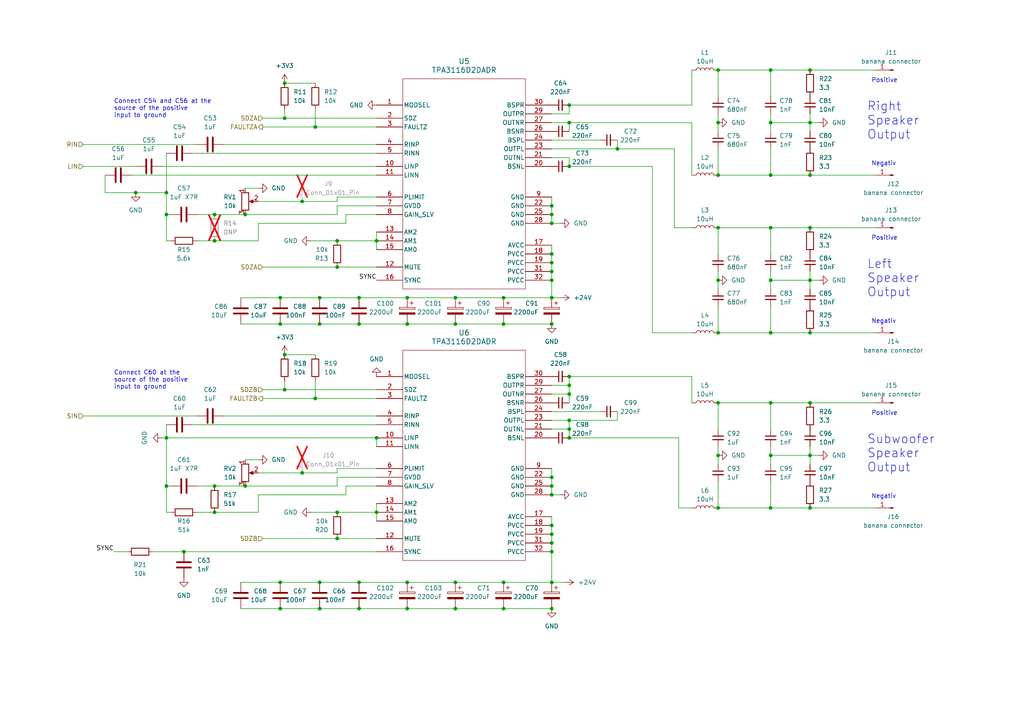
<source format=kicad_sch>
(kicad_sch (version 20230121) (generator eeschema)
  (paper "A4")
  (lib_symbols
    (symbol "Endstufe:+24V" (power) (pin_names (offset 0))
      (property "Value" "+24V" (at 0 3.556 0))
      (symbol "+24V_1_1"
        (pin power_in line (at 0 0 90) (length 0) hide (name "+24V") (number "1"))
      )
    )
    (symbol "Endstufe:+3V3" (power) (pin_names (offset 0))
      (property "Value" "+3V3" (at 0 3.556 0))
      (symbol "+3V3_1_1"
        (pin power_in line (at 0 0 90) (length 0) hide (name "+3V3") (number "1"))
      )
    )
    (symbol "Endstufe:C" (pin_numbers hide) (pin_names (offset 0.254))
      (property "Reference" "C" (at 0.635 2.54 0))
      (property "Value" "C" (at 0.635 -2.54 0))
      (symbol "C_1_1"
        (pin passive line (at 0 3.81 270) (length 2.794) (name "~") (number "1"))
        (pin passive line (at 0 -3.81 90) (length 2.794) (name "~") (number "2"))
      )
    )
    (symbol "Endstufe:C_Polarized" (pin_numbers hide) (pin_names (offset 0.254))
      (property "Reference" "C" (at 0.635 2.54 0))
      (property "Value" "C_Polarized" (at 0.635 -2.54 0))
      (symbol "C_Polarized_1_1"
        (pin passive line (at 0 3.81 270) (length 2.794) (name "~") (number "1"))
        (pin passive line (at 0 -3.81 90) (length 2.794) (name "~") (number "2"))
      )
    )
    (symbol "Endstufe:C_Small" (pin_numbers hide) (pin_names (offset 0.254) hide)
      (property "Reference" "C" (at 0.254 1.778 0))
      (property "Value" "C_Small" (at 0.254 -2.032 0))
      (symbol "C_Small_1_1"
        (pin passive line (at 0 2.54 270) (length 2.032) (name "~") (number "1"))
        (pin passive line (at 0 -2.54 90) (length 2.032) (name "~") (number "2"))
      )
    )
    (symbol "Endstufe:Conn_01x01_Pin" (pin_names (offset 1.016) hide)
      (property "Reference" "J" (at 0 2.54 0))
      (property "Value" "Conn_01x01_Pin" (at 0 -2.54 0))
      (symbol "Conn_01x01_Pin_1_1"
        (pin passive line (at 5.08 0 180) (length 3.81) (name "Pin_1") (number "1"))
      )
    )
    (symbol "Endstufe:GND" (power) (pin_names (offset 0))
      (property "Value" "GND" (at 0 -3.81 0))
      (symbol "GND_1_1"
        (pin power_in line (at 0 0 270) (length 0) hide (name "GND") (number "1"))
      )
    )
    (symbol "Endstufe:L" (pin_numbers hide) (pin_names (offset 1.016) hide)
      (property "Reference" "L" (at -1.27 0 90))
      (property "Value" "L" (at 1.905 0 90))
      (symbol "L_1_1"
        (pin passive line (at 0 3.81 270) (length 1.27) (name "1") (number "1"))
        (pin passive line (at 0 -3.81 90) (length 1.27) (name "2") (number "2"))
      )
    )
    (symbol "Endstufe:R" (pin_numbers hide) (pin_names (offset 0))
      (property "Reference" "R" (at 2.032 0 90))
      (property "Value" "R" (at 0 0 90))
      (symbol "R_1_1"
        (pin passive line (at 0 3.81 270) (length 1.27) (name "~") (number "1"))
        (pin passive line (at 0 -3.81 90) (length 1.27) (name "~") (number "2"))
      )
    )
    (symbol "Endstufe:R_Potentiometer" (pin_names (offset 1.016) hide)
      (property "Reference" "RV" (at -4.445 0 90))
      (property "Value" "R_Potentiometer" (at -2.54 0 90))
      (symbol "R_Potentiometer_1_1"
        (pin passive line (at 0 3.81 270) (length 1.27) (name "1") (number "1"))
        (pin passive line (at 3.81 0 180) (length 1.27) (name "2") (number "2"))
        (pin passive line (at 0 -3.81 90) (length 1.27) (name "3") (number "3"))
      )
    )
    (symbol "Endstufe:TPA3116D2DADR" (pin_names (offset 0.254))
      (property "Reference" "U" (at 25.4 12.7 0))
      (property "Value" "TPA3116D2DADR" (at 25.4 10.16 0))
      (symbol "TPA3116D2DADR_1_1"
        (pin input line (at 0 0 0) (length 7.62) (name "MODSEL") (number "1"))
        (pin input line (at 0 -17.78 0) (length 7.62) (name "LINP") (number "10"))
        (pin input line (at 0 -20.32 0) (length 7.62) (name "LINN") (number "11"))
        (pin input line (at 0 -46.99 0) (length 7.62) (name "MUTE") (number "12"))
        (pin input line (at 0 -36.83 0) (length 7.62) (name "AM2") (number "13"))
        (pin input line (at 0 -39.37 0) (length 7.62) (name "AM1") (number "14"))
        (pin input line (at 0 -41.91 0) (length 7.62) (name "AM0") (number "15"))
        (pin bidirectional line (at 0 -50.8 0) (length 7.62) (name "SYNC") (number "16"))
        (pin power_in line (at 50.8 -40.64 180) (length 7.62) (name "AVCC") (number "17"))
        (pin power_in line (at 50.8 -43.18 180) (length 7.62) (name "PVCC") (number "18"))
        (pin power_in line (at 50.8 -45.72 180) (length 7.62) (name "PVCC") (number "19"))
        (pin input line (at 0 -3.81 0) (length 7.62) (name "SDZ") (number "2"))
        (pin unspecified line (at 50.8 -17.78 180) (length 7.62) (name "BSNL") (number "20"))
        (pin tri_state line (at 50.8 -15.24 180) (length 7.62) (name "OUTNL") (number "21"))
        (pin power_in line (at 50.8 -29.21 180) (length 7.62) (name "GND") (number "22"))
        (pin tri_state line (at 50.8 -12.7 180) (length 7.62) (name "OUTPL") (number "23"))
        (pin unspecified line (at 50.8 -10.16 180) (length 7.62) (name "BSPL") (number "24"))
        (pin power_in line (at 50.8 -31.75 180) (length 7.62) (name "GND") (number "25"))
        (pin unspecified line (at 50.8 -7.62 180) (length 7.62) (name "BSNR") (number "26"))
        (pin tri_state line (at 50.8 -5.08 180) (length 7.62) (name "OUTNR") (number "27"))
        (pin power_in line (at 50.8 -34.29 180) (length 7.62) (name "GND") (number "28"))
        (pin tri_state line (at 50.8 -2.54 180) (length 7.62) (name "OUTPR") (number "29"))
        (pin open_collector line (at 0 -6.35 0) (length 7.62) (name "FAULTZ") (number "3"))
        (pin unspecified line (at 50.8 0 180) (length 7.62) (name "BSPR") (number "30"))
        (pin power_in line (at 50.8 -48.26 180) (length 7.62) (name "PVCC") (number "31"))
        (pin power_in line (at 50.8 -50.8 180) (length 7.62) (name "PVCC") (number "32"))
        (pin input line (at 0 -11.43 0) (length 7.62) (name "RINP") (number "4"))
        (pin input line (at 0 -13.97 0) (length 7.62) (name "RINN") (number "5"))
        (pin input line (at 0 -26.67 0) (length 7.62) (name "PLIMIT") (number "6"))
        (pin unspecified line (at 0 -29.21 0) (length 7.62) (name "GVDD") (number "7"))
        (pin input line (at 0 -31.75 0) (length 7.62) (name "GAIN_SLV") (number "8"))
        (pin power_in line (at 50.8 -26.67 180) (length 7.62) (name "GND") (number "9"))
      )
    )
    (symbol "TPA3116D2DADR_1" (pin_names (offset 0.254))
      (property "Reference" "U" (at 25.4 12.7 0))
      (property "Value" "TPA3116D2DADR" (at 25.4 10.16 0))
      (symbol "TPA3116D2DADR_1_1_1"
        (pin input line (at 0 0 0) (length 7.62) (name "MODSEL") (number "1"))
        (pin input line (at 0 -17.78 0) (length 7.62) (name "LINP") (number "10"))
        (pin input line (at 0 -20.32 0) (length 7.62) (name "LINN") (number "11"))
        (pin input line (at 0 -46.99 0) (length 7.62) (name "MUTE") (number "12"))
        (pin input line (at 0 -36.83 0) (length 7.62) (name "AM2") (number "13"))
        (pin input line (at 0 -39.37 0) (length 7.62) (name "AM1") (number "14"))
        (pin input line (at 0 -41.91 0) (length 7.62) (name "AM0") (number "15"))
        (pin bidirectional line (at 0 -50.8 0) (length 7.62) (name "SYNC") (number "16"))
        (pin power_in line (at 50.8 -40.64 180) (length 7.62) (name "AVCC") (number "17"))
        (pin power_in line (at 50.8 -43.18 180) (length 7.62) (name "PVCC") (number "18"))
        (pin power_in line (at 50.8 -45.72 180) (length 7.62) (name "PVCC") (number "19"))
        (pin input line (at 0 -3.81 0) (length 7.62) (name "SDZ") (number "2"))
        (pin unspecified line (at 50.8 -17.78 180) (length 7.62) (name "BSNL") (number "20"))
        (pin tri_state line (at 50.8 -15.24 180) (length 7.62) (name "OUTNL") (number "21"))
        (pin power_in line (at 50.8 -29.21 180) (length 7.62) (name "GND") (number "22"))
        (pin tri_state line (at 50.8 -12.7 180) (length 7.62) (name "OUTPL") (number "23"))
        (pin unspecified line (at 50.8 -10.16 180) (length 7.62) (name "BSPL") (number "24"))
        (pin power_in line (at 50.8 -31.75 180) (length 7.62) (name "GND") (number "25"))
        (pin unspecified line (at 50.8 -7.62 180) (length 7.62) (name "BSNR") (number "26"))
        (pin tri_state line (at 50.8 -5.08 180) (length 7.62) (name "OUTNR") (number "27"))
        (pin power_in line (at 50.8 -34.29 180) (length 7.62) (name "GND") (number "28"))
        (pin tri_state line (at 50.8 -2.54 180) (length 7.62) (name "OUTPR") (number "29"))
        (pin open_collector line (at 0 -6.35 0) (length 7.62) (name "FAULTZ") (number "3"))
        (pin unspecified line (at 50.8 0 180) (length 7.62) (name "BSPR") (number "30"))
        (pin power_in line (at 50.8 -48.26 180) (length 7.62) (name "PVCC") (number "31"))
        (pin power_in line (at 50.8 -50.8 180) (length 7.62) (name "PVCC") (number "32"))
        (pin input line (at 0 -11.43 0) (length 7.62) (name "RINP") (number "4"))
        (pin input line (at 0 -13.97 0) (length 7.62) (name "RINN") (number "5"))
        (pin input line (at 0 -26.67 0) (length 7.62) (name "PLIMIT") (number "6"))
        (pin unspecified line (at 0 -29.21 0) (length 7.62) (name "GVDD") (number "7"))
        (pin input line (at 0 -31.75 0) (length 7.62) (name "GAIN_SLV") (number "8"))
        (pin power_in line (at 50.8 -26.67 180) (length 7.62) (name "GND") (number "9"))
      )
    )
  )
  (junction (at 165.1 124.46))
  (junction (at 208.28 50.8))
  (junction (at 118.11 93.98))
  (junction (at 234.95 116.84))
  (junction (at 62.23 69.85))
  (junction (at 208.28 147.32))
  (junction (at 223.52 132.08))
  (junction (at 132.08 93.98))
  (junction (at 160.02 160.02))
  (junction (at 160.02 78.74))
  (junction (at 71.12 140.97))
  (junction (at 208.28 20.32))
  (junction (at 92.71 86.36))
  (junction (at 223.52 116.84))
  (junction (at 146.05 86.36))
  (junction (at 160.02 59.69))
  (junction (at 160.02 62.23))
  (junction (at 48.26 127))
  (junction (at 87.63 137.16))
  (junction (at 208.28 66.04))
  (junction (at 81.28 86.36))
  (junction (at 234.95 35.56))
  (junction (at 160.02 86.36))
  (junction (at 208.28 132.08))
  (junction (at 104.14 93.98))
  (junction (at 165.1 114.3))
  (junction (at 104.14 86.36))
  (junction (at 223.52 66.04))
  (junction (at 165.1 121.92))
  (junction (at 97.79 156.21))
  (junction (at 146.05 176.53))
  (junction (at 39.37 55.88))
  (junction (at 48.26 140.97))
  (junction (at 48.26 55.88))
  (junction (at 223.52 35.56))
  (junction (at 91.44 36.83))
  (junction (at 165.1 109.22))
  (junction (at 234.95 66.04))
  (junction (at 160.02 176.53))
  (junction (at 208.28 81.28))
  (junction (at 160.02 73.66))
  (junction (at 234.95 20.32))
  (junction (at 160.02 81.28))
  (junction (at 179.07 43.18))
  (junction (at 160.02 157.48))
  (junction (at 234.95 132.08))
  (junction (at 165.1 111.76))
  (junction (at 160.02 64.77))
  (junction (at 92.71 168.91))
  (junction (at 165.1 127))
  (junction (at 160.02 93.98))
  (junction (at 208.28 35.56))
  (junction (at 234.95 81.28))
  (junction (at 104.14 168.91))
  (junction (at 160.02 138.43))
  (junction (at 81.28 176.53))
  (junction (at 208.28 96.52))
  (junction (at 223.52 96.52))
  (junction (at 82.55 34.29))
  (junction (at 118.11 168.91))
  (junction (at 223.52 20.32))
  (junction (at 97.79 148.59))
  (junction (at 160.02 168.91))
  (junction (at 71.12 62.23))
  (junction (at 81.28 93.98))
  (junction (at 132.08 168.91))
  (junction (at 62.23 62.23))
  (junction (at 82.55 24.13))
  (junction (at 91.44 115.57))
  (junction (at 53.34 160.02))
  (junction (at 146.05 168.91))
  (junction (at 146.05 93.98))
  (junction (at 132.08 176.53))
  (junction (at 234.95 50.8))
  (junction (at 160.02 76.2))
  (junction (at 234.95 147.32))
  (junction (at 160.02 152.4))
  (junction (at 160.02 154.94))
  (junction (at 82.55 113.03))
  (junction (at 109.22 127))
  (junction (at 234.95 96.52))
  (junction (at 165.1 35.56))
  (junction (at 87.63 58.42))
  (junction (at 118.11 176.53))
  (junction (at 81.28 168.91))
  (junction (at 97.79 69.85))
  (junction (at 223.52 81.28))
  (junction (at 208.28 116.84))
  (junction (at 165.1 30.48))
  (junction (at 92.71 176.53))
  (junction (at 97.79 77.47))
  (junction (at 92.71 93.98))
  (junction (at 104.14 176.53))
  (junction (at 118.11 86.36))
  (junction (at 132.08 86.36))
  (junction (at 160.02 143.51))
  (junction (at 109.22 69.85))
  (junction (at 223.52 50.8))
  (junction (at 109.22 148.59))
  (junction (at 62.23 140.97))
  (junction (at 160.02 140.97))
  (junction (at 82.55 102.87))
  (junction (at 48.26 62.23))
  (junction (at 62.23 148.59))
  (junction (at 223.52 147.32))
  (junction (at 165.1 48.26))
  (wire (pts (xy 234.95 81.28) (xy 237.49 81.28)))
  (wire (pts (xy 165.1 127) (xy 196.85 127)))
  (wire (pts (xy 104.14 168.91) (xy 118.11 168.91)))
  (wire (pts (xy 223.52 33.02) (xy 223.52 35.56)))
  (wire (pts (xy 165.1 33.02) (xy 165.1 30.48)))
  (wire (pts (xy 160.02 119.38) (xy 173.99 119.38)))
  (wire (pts (xy 160.02 114.3) (xy 165.1 114.3)))
  (wire (pts (xy 74.93 137.16) (xy 87.63 137.16)))
  (wire (pts (xy 200.66 30.48) (xy 165.1 30.48)))
  (wire (pts (xy 48.26 148.59) (xy 49.53 148.59)))
  (wire (pts (xy 223.52 35.56) (xy 234.95 35.56)))
  (wire (pts (xy 62.23 69.85) (xy 74.93 69.85)))
  (wire (pts (xy 195.58 66.04) (xy 200.66 66.04)))
  (wire (pts (xy 97.79 148.59) (xy 109.22 148.59)))
  (wire (pts (xy 234.95 129.54) (xy 234.95 132.08)))
  (wire (pts (xy 165.1 121.92) (xy 165.1 124.46)))
  (wire (pts (xy 160.02 62.23) (xy 160.02 64.77)))
  (wire (pts (xy 97.79 140.97) (xy 97.79 138.43)))
  (wire (pts (xy 160.02 78.74) (xy 160.02 81.28)))
  (wire (pts (xy 62.23 140.97) (xy 71.12 140.97)))
  (wire (pts (xy 223.52 66.04) (xy 223.52 73.66)))
  (wire (pts (xy 160.02 138.43) (xy 160.02 140.97)))
  (wire (pts (xy 91.44 115.57) (xy 109.22 115.57)))
  (wire (pts (xy 92.71 93.98) (xy 104.14 93.98)))
  (wire (pts (xy 200.66 109.22) (xy 165.1 109.22)))
  (wire (pts (xy 208.28 96.52) (xy 208.28 88.9)))
  (wire (pts (xy 91.44 36.83) (xy 109.22 36.83)))
  (wire (pts (xy 234.95 20.32) (xy 254 20.32)))
  (wire (pts (xy 189.23 48.26) (xy 189.23 96.52)))
  (wire (pts (xy 100.33 64.77) (xy 74.93 64.77)))
  (wire (pts (xy 44.45 160.02) (xy 53.34 160.02)))
  (wire (pts (xy 74.93 64.77) (xy 74.93 69.85)))
  (wire (pts (xy 109.22 140.97) (xy 100.33 140.97)))
  (wire (pts (xy 165.1 48.26) (xy 189.23 48.26)))
  (wire (pts (xy 46.99 127) (xy 48.26 127)))
  (wire (pts (xy 179.07 119.38) (xy 179.07 121.92)))
  (wire (pts (xy 82.55 34.29) (xy 109.22 34.29)))
  (wire (pts (xy 97.79 58.42) (xy 97.79 57.15)))
  (wire (pts (xy 196.85 147.32) (xy 200.66 147.32)))
  (wire (pts (xy 208.28 132.08) (xy 208.28 134.62)))
  (wire (pts (xy 118.11 168.91) (xy 132.08 168.91)))
  (wire (pts (xy 104.14 176.53) (xy 118.11 176.53)))
  (wire (pts (xy 81.28 86.36) (xy 92.71 86.36)))
  (wire (pts (xy 179.07 43.18) (xy 195.58 43.18)))
  (wire (pts (xy 234.95 132.08) (xy 237.49 132.08)))
  (wire (pts (xy 24.13 41.91) (xy 57.15 41.91)))
  (wire (pts (xy 55.88 44.45) (xy 109.22 44.45)))
  (wire (pts (xy 165.1 35.56) (xy 165.1 38.1)))
  (wire (pts (xy 208.28 129.54) (xy 208.28 132.08)))
  (wire (pts (xy 223.52 35.56) (xy 223.52 38.1)))
  (wire (pts (xy 64.77 120.65) (xy 109.22 120.65)))
  (wire (pts (xy 76.2 77.47) (xy 97.79 77.47)))
  (wire (pts (xy 48.26 123.19) (xy 48.26 127)))
  (wire (pts (xy 208.28 116.84) (xy 223.52 116.84)))
  (wire (pts (xy 81.28 93.98) (xy 92.71 93.98)))
  (wire (pts (xy 76.2 115.57) (xy 91.44 115.57)))
  (wire (pts (xy 160.02 76.2) (xy 160.02 78.74)))
  (wire (pts (xy 165.1 111.76) (xy 165.1 109.22)))
  (wire (pts (xy 132.08 176.53) (xy 146.05 176.53)))
  (wire (pts (xy 234.95 96.52) (xy 254 96.52)))
  (wire (pts (xy 223.52 116.84) (xy 223.52 124.46)))
  (wire (pts (xy 208.28 147.32) (xy 208.28 139.7)))
  (wire (pts (xy 48.26 55.88) (xy 48.26 62.23)))
  (wire (pts (xy 160.02 168.91) (xy 146.05 168.91)))
  (wire (pts (xy 223.52 81.28) (xy 234.95 81.28)))
  (wire (pts (xy 132.08 86.36) (xy 146.05 86.36)))
  (wire (pts (xy 208.28 116.84) (xy 208.28 124.46)))
  (wire (pts (xy 30.48 55.88) (xy 39.37 55.88)))
  (wire (pts (xy 165.1 114.3) (xy 165.1 116.84)))
  (wire (pts (xy 62.23 148.59) (xy 74.93 148.59)))
  (wire (pts (xy 200.66 20.32) (xy 200.66 30.48)))
  (wire (pts (xy 57.15 140.97) (xy 62.23 140.97)))
  (wire (pts (xy 118.11 86.36) (xy 132.08 86.36)))
  (wire (pts (xy 97.79 62.23) (xy 97.79 59.69)))
  (wire (pts (xy 97.79 77.47) (xy 109.22 77.47)))
  (wire (pts (xy 24.13 48.26) (xy 39.37 48.26)))
  (wire (pts (xy 74.93 143.51) (xy 74.93 148.59)))
  (wire (pts (xy 109.22 62.23) (xy 100.33 62.23)))
  (wire (pts (xy 234.95 35.56) (xy 237.49 35.56)))
  (wire (pts (xy 92.71 86.36) (xy 104.14 86.36)))
  (wire (pts (xy 97.79 156.21) (xy 109.22 156.21)))
  (wire (pts (xy 104.14 93.98) (xy 118.11 93.98)))
  (wire (pts (xy 160.02 135.89) (xy 160.02 138.43)))
  (wire (pts (xy 234.95 81.28) (xy 234.95 83.82)))
  (wire (pts (xy 82.55 24.13) (xy 91.44 24.13)))
  (wire (pts (xy 200.66 109.22) (xy 200.66 116.84)))
  (wire (pts (xy 165.1 124.46) (xy 160.02 124.46)))
  (wire (pts (xy 223.52 78.74) (xy 223.52 81.28)))
  (wire (pts (xy 76.2 113.03) (xy 82.55 113.03)))
  (wire (pts (xy 160.02 71.12) (xy 160.02 73.66)))
  (wire (pts (xy 81.28 176.53) (xy 69.85 176.53)))
  (wire (pts (xy 100.33 140.97) (xy 100.33 143.51)))
  (wire (pts (xy 48.26 140.97) (xy 49.53 140.97)))
  (wire (pts (xy 160.02 59.69) (xy 160.02 62.23)))
  (wire (pts (xy 97.79 59.69) (xy 109.22 59.69)))
  (wire (pts (xy 223.52 139.7) (xy 223.52 147.32)))
  (wire (pts (xy 208.28 78.74) (xy 208.28 81.28)))
  (wire (pts (xy 38.1 50.8) (xy 109.22 50.8)))
  (wire (pts (xy 81.28 168.91) (xy 69.85 168.91)))
  (wire (pts (xy 33.02 160.02) (xy 36.83 160.02)))
  (wire (pts (xy 208.28 81.28) (xy 208.28 83.82)))
  (wire (pts (xy 81.28 86.36) (xy 69.85 86.36)))
  (wire (pts (xy 223.52 88.9) (xy 223.52 96.52)))
  (wire (pts (xy 223.52 43.18) (xy 223.52 50.8)))
  (wire (pts (xy 46.99 48.26) (xy 109.22 48.26)))
  (wire (pts (xy 57.15 62.23) (xy 62.23 62.23)))
  (wire (pts (xy 97.79 69.85) (xy 90.17 69.85)))
  (wire (pts (xy 91.44 110.49) (xy 91.44 115.57)))
  (wire (pts (xy 165.1 45.72) (xy 165.1 48.26)))
  (wire (pts (xy 223.52 132.08) (xy 234.95 132.08)))
  (wire (pts (xy 104.14 86.36) (xy 118.11 86.36)))
  (wire (pts (xy 163.83 168.91) (xy 160.02 168.91)))
  (wire (pts (xy 208.28 147.32) (xy 223.52 147.32)))
  (wire (pts (xy 165.1 124.46) (xy 165.1 127)))
  (wire (pts (xy 165.1 111.76) (xy 165.1 114.3)))
  (wire (pts (xy 208.28 20.32) (xy 223.52 20.32)))
  (wire (pts (xy 81.28 93.98) (xy 69.85 93.98)))
  (wire (pts (xy 160.02 157.48) (xy 160.02 160.02)))
  (wire (pts (xy 74.93 133.35) (xy 71.12 133.35)))
  (wire (pts (xy 30.48 55.88) (xy 30.48 50.8)))
  (wire (pts (xy 160.02 43.18) (xy 179.07 43.18)))
  (wire (pts (xy 160.02 35.56) (xy 165.1 35.56)))
  (wire (pts (xy 234.95 78.74) (xy 234.95 81.28)))
  (wire (pts (xy 160.02 152.4) (xy 160.02 154.94)))
  (wire (pts (xy 109.22 148.59) (xy 109.22 151.13)))
  (wire (pts (xy 76.2 36.83) (xy 91.44 36.83)))
  (wire (pts (xy 160.02 73.66) (xy 160.02 76.2)))
  (wire (pts (xy 132.08 93.98) (xy 146.05 93.98)))
  (wire (pts (xy 48.26 62.23) (xy 49.53 62.23)))
  (wire (pts (xy 97.79 138.43) (xy 109.22 138.43)))
  (wire (pts (xy 223.52 147.32) (xy 234.95 147.32)))
  (wire (pts (xy 57.15 69.85) (xy 62.23 69.85)))
  (wire (pts (xy 223.52 81.28) (xy 223.52 83.82)))
  (wire (pts (xy 160.02 81.28) (xy 160.02 86.36)))
  (wire (pts (xy 189.23 96.52) (xy 200.66 96.52)))
  (wire (pts (xy 223.52 20.32) (xy 234.95 20.32)))
  (wire (pts (xy 39.37 55.88) (xy 48.26 55.88)))
  (wire (pts (xy 48.26 140.97) (xy 48.26 148.59)))
  (wire (pts (xy 55.88 123.19) (xy 109.22 123.19)))
  (wire (pts (xy 97.79 148.59) (xy 90.17 148.59)))
  (wire (pts (xy 179.07 40.64) (xy 179.07 43.18)))
  (wire (pts (xy 97.79 69.85) (xy 109.22 69.85)))
  (wire (pts (xy 132.08 168.91) (xy 146.05 168.91)))
  (wire (pts (xy 162.56 86.36) (xy 160.02 86.36)))
  (wire (pts (xy 160.02 140.97) (xy 160.02 143.51)))
  (wire (pts (xy 234.95 35.56) (xy 234.95 38.1)))
  (wire (pts (xy 223.52 132.08) (xy 223.52 134.62)))
  (wire (pts (xy 82.55 31.75) (xy 82.55 34.29)))
  (wire (pts (xy 82.55 110.49) (xy 82.55 113.03)))
  (wire (pts (xy 234.95 66.04) (xy 254 66.04)))
  (wire (pts (xy 97.79 57.15) (xy 109.22 57.15)))
  (wire (pts (xy 100.33 143.51) (xy 74.93 143.51)))
  (wire (pts (xy 71.12 62.23) (xy 97.79 62.23)))
  (wire (pts (xy 208.28 66.04) (xy 223.52 66.04)))
  (wire (pts (xy 118.11 93.98) (xy 132.08 93.98)))
  (wire (pts (xy 109.22 69.85) (xy 109.22 72.39)))
  (wire (pts (xy 208.28 20.32) (xy 208.28 27.94)))
  (wire (pts (xy 234.95 116.84) (xy 254 116.84)))
  (wire (pts (xy 223.52 66.04) (xy 234.95 66.04)))
  (wire (pts (xy 195.58 43.18) (xy 195.58 66.04)))
  (wire (pts (xy 165.1 35.56) (xy 200.66 35.56)))
  (wire (pts (xy 62.23 62.23) (xy 71.12 62.23)))
  (wire (pts (xy 104.14 168.91) (xy 92.71 168.91)))
  (wire (pts (xy 160.02 176.53) (xy 146.05 176.53)))
  (wire (pts (xy 208.28 50.8) (xy 223.52 50.8)))
  (wire (pts (xy 109.22 127) (xy 109.22 129.54)))
  (wire (pts (xy 160.02 45.72) (xy 165.1 45.72)))
  (wire (pts (xy 160.02 33.02) (xy 165.1 33.02)))
  (wire (pts (xy 76.2 34.29) (xy 82.55 34.29)))
  (wire (pts (xy 160.02 93.98) (xy 146.05 93.98)))
  (wire (pts (xy 82.55 113.03) (xy 109.22 113.03)))
  (wire (pts (xy 223.52 20.32) (xy 223.52 27.94)))
  (wire (pts (xy 200.66 35.56) (xy 200.66 50.8)))
  (wire (pts (xy 234.95 132.08) (xy 234.95 134.62)))
  (wire (pts (xy 160.02 57.15) (xy 160.02 59.69)))
  (wire (pts (xy 92.71 176.53) (xy 81.28 176.53)))
  (wire (pts (xy 57.15 148.59) (xy 62.23 148.59)))
  (wire (pts (xy 208.28 33.02) (xy 208.28 35.56)))
  (wire (pts (xy 160.02 111.76) (xy 165.1 111.76)))
  (wire (pts (xy 160.02 86.36) (xy 146.05 86.36)))
  (wire (pts (xy 160.02 149.86) (xy 160.02 152.4)))
  (wire (pts (xy 234.95 33.02) (xy 234.95 35.56)))
  (wire (pts (xy 223.52 116.84) (xy 234.95 116.84)))
  (wire (pts (xy 64.77 41.91) (xy 109.22 41.91)))
  (wire (pts (xy 208.28 96.52) (xy 223.52 96.52)))
  (wire (pts (xy 91.44 31.75) (xy 91.44 36.83)))
  (wire (pts (xy 165.1 121.92) (xy 179.07 121.92)))
  (wire (pts (xy 104.14 176.53) (xy 92.71 176.53)))
  (wire (pts (xy 160.02 160.02) (xy 160.02 168.91)))
  (wire (pts (xy 196.85 127) (xy 196.85 147.32)))
  (wire (pts (xy 223.52 96.52) (xy 234.95 96.52)))
  (wire (pts (xy 160.02 154.94) (xy 160.02 157.48)))
  (wire (pts (xy 208.28 35.56) (xy 208.28 38.1)))
  (wire (pts (xy 97.79 137.16) (xy 97.79 135.89)))
  (wire (pts (xy 118.11 176.53) (xy 132.08 176.53)))
  (wire (pts (xy 48.26 69.85) (xy 49.53 69.85)))
  (wire (pts (xy 208.28 66.04) (xy 208.28 73.66)))
  (wire (pts (xy 87.63 137.16) (xy 97.79 137.16)))
  (wire (pts (xy 162.56 143.51) (xy 160.02 143.51)))
  (wire (pts (xy 87.63 58.42) (xy 97.79 58.42)))
  (wire (pts (xy 48.26 62.23) (xy 48.26 69.85)))
  (wire (pts (xy 223.52 129.54) (xy 223.52 132.08)))
  (wire (pts (xy 97.79 135.89) (xy 109.22 135.89)))
  (wire (pts (xy 162.56 64.77) (xy 160.02 64.77)))
  (wire (pts (xy 109.22 146.05) (xy 109.22 148.59)))
  (wire (pts (xy 74.93 58.42) (xy 87.63 58.42)))
  (wire (pts (xy 234.95 147.32) (xy 254 147.32)))
  (wire (pts (xy 24.13 120.65) (xy 57.15 120.65)))
  (wire (pts (xy 74.93 54.61) (xy 71.12 54.61)))
  (wire (pts (xy 234.95 50.8) (xy 254 50.8)))
  (wire (pts (xy 48.26 127) (xy 48.26 140.97)))
  (wire (pts (xy 53.34 160.02) (xy 109.22 160.02)))
  (wire (pts (xy 48.26 44.45) (xy 48.26 55.88)))
  (wire (pts (xy 165.1 121.92) (xy 160.02 121.92)))
  (wire (pts (xy 48.26 127) (xy 109.22 127)))
  (wire (pts (xy 82.55 102.87) (xy 91.44 102.87)))
  (wire (pts (xy 223.52 50.8) (xy 234.95 50.8)))
  (wire (pts (xy 109.22 67.31) (xy 109.22 69.85)))
  (wire (pts (xy 76.2 156.21) (xy 97.79 156.21)))
  (wire (pts (xy 160.02 40.64) (xy 173.99 40.64)))
  (wire (pts (xy 208.28 50.8) (xy 208.28 43.18)))
  (wire (pts (xy 71.12 140.97) (xy 97.79 140.97)))
  (wire (pts (xy 100.33 62.23) (xy 100.33 64.77)))
  (wire (pts (xy 81.28 168.91) (xy 92.71 168.91)))
  (text "Negativ" (at 252.73 48.26 0) (effects (font (size 1.27 1.27)) (justify left bottom)))
  (text "Negativ" (at 252.73 144.78 0) (effects (font (size 1.27 1.27)) (justify left bottom)))
  (text "Subwoofer \nSpeaker \nOutput" (at 251.46 137.16 0) (effects (font (size 2.54 2.54)) (justify left bottom)))
  (text "Positive" (at 252.73 24.13 0) (effects (font (size 1.27 1.27)) (justify left bottom)))
  (text "Connect C54 and C56 at the \nsource of the positive \ninput to ground" (at 33.02 34.29 0) (effects (font (size 1.27 1.27)) (justify left bottom)))
  (text "Positive" (at 252.73 69.85 0) (effects (font (size 1.27 1.27)) (justify left bottom)))
  (text "Negativ" (at 252.73 93.98 0) (effects (font (size 1.27 1.27)) (justify left bottom)))
  (text "Left \nSpeaker \nOutput" (at 251.46 86.36 0) (effects (font (size 2.54 2.54)) (justify left bottom)))
  (text "Connect C60 at the \nsource of the positive \ninput to ground" (at 33.02 113.03 0) (effects (font (size 1.27 1.27)) (justify left bottom)))
  (text "Positive" (at 252.73 120.65 0) (effects (font (size 1.27 1.27)) (justify left bottom)))
  (text "Right \nSpeaker \nOutput" (at 251.46 40.64 0) (effects (font (size 2.54 2.54)) (justify left bottom)))
  (label "SYNC" (at 33.02 160.02 180))
  (label "SYNC" (at 109.22 81.28 180))
  (hierarchical_label "SDZA" (shape input) (at 76.2 34.29 180))
  (hierarchical_label "SIN" (shape input) (at 24.13 120.65 180))
  (hierarchical_label "FAULTZA" (shape output) (at 76.2 36.83 180))
  (hierarchical_label "RIN" (shape input) (at 24.13 41.91 180))
  (hierarchical_label "LIN" (shape input) (at 24.13 48.26 180))
  (hierarchical_label "SDZB" (shape input) (at 76.2 156.21 180))
  (hierarchical_label "SDZA" (shape input) (at 76.2 77.47 180))
  (hierarchical_label "FAULTZB" (shape output) (at 76.2 115.57 180))
  (hierarchical_label "SDZB" (shape input) (at 76.2 113.03 180))
  (symbol (lib_id "Endstufe:C_Small") (at 162.56 30.48 90) (unit 1)
    (property "Reference" "C64" (at 162.5663 24.13 90))
    (property "Value" "220nF" (at 162.5663 26.67 90))
    (property "Footprint" "Endstufe:C_0805_2012Metric" (effects hide))
    (property "LCSC Part #" "C5378" (effects hide))
  )
  (symbol (lib_id "Endstufe:R") (at 97.79 73.66 0) (unit 1)
    (property "Reference" "R13" (at 95.25 74.93 0) (effects (justify right)))
    (property "Value" "10k" (at 95.25 72.39 0) (effects (justify right)))
    (property "Footprint" "Endstufe:C_0402_1005Metric" (effects hide))
    (property "LCSC Part #" "C25744" (effects hide))
  )
  (symbol (lib_id "Endstufe:C") (at 104.14 172.72 0) (mirror y) (unit 1)
    (property "Reference" "C66" (at 100.33 171.45 0) (effects (justify left)))
    (property "Value" "100nF" (at 100.33 173.99 0) (effects (justify left)))
    (property "Footprint" "Endstufe:C_0402_1005Metric" (effects hide))
    (property "LCSC Part #" "C307331" (effects hide))
  )
  (symbol (lib_id "Endstufe:R") (at 53.34 148.59 270) (unit 1)
    (property "Reference" "R16" (at 53.34 151.13 90))
    (property "Value" "51k" (at 53.34 153.67 90))
    (property "Footprint" "Endstufe:R_0402_1005Metric" (effects hide))
    (property "LCSC Part #" "C25794" (effects hide))
  )
  (symbol (lib_id "Endstufe:C_Small") (at 176.53 40.64 90) (unit 1)
    (property "Reference" "C72" (at 182.88 38.1 90))
    (property "Value" "220nF" (at 182.88 40.64 90))
    (property "Footprint" "Endstufe:C_0805_2012Metric" (effects hide))
    (property "LCSC Part #" "C5378" (effects hide))
  )
  (symbol (lib_id "Endstufe:C_Small") (at 234.95 76.2 0) (unit 1)
    (property "Reference" "C84" (at 237.49 74.9363 0) (effects (justify left)))
    (property "Value" "10nF" (at 237.49 77.4763 0) (effects (justify left)))
    (property "Footprint" "Endstufe:C_1206_3216Metric" (effects hide))
    (property "LCSC Part #" "C9194" (effects hide))
  )
  (symbol (lib_id "Endstufe:R_Potentiometer") (at 71.12 137.16 0) (unit 1)
    (property "Reference" "RV2" (at 68.58 135.89 0) (effects (justify right)))
    (property "Value" "10k" (at 68.58 138.43 0) (effects (justify right)))
    (property "Footprint" "Endstufe:Potentiometer_Bourns_3314G_Vertical" (effects hide))
    (property "LCSC Part #" "C780220" (effects hide))
  )
  (symbol (lib_id "Endstufe:L") (at 204.47 66.04 90) (unit 1)
    (property "Reference" "L3" (at 204.47 60.96 90))
    (property "Value" "10uH" (at 204.47 63.5 90))
    (property "Footprint" "Endstufe:IND-SMD_L8.5-W8.0_PCC-M0854M" (effects hide))
    (property "LCSC Part #" "C2962885" (effects hide))
  )
  (symbol (lib_id "Endstufe:GND") (at 160.02 93.98 0) (mirror y) (unit 1)
    (property "Reference" "#PWR065" (effects hide))
    (property "Value" "GND" (at 160.02 99.06 0))
  )
  (symbol (lib_id "Endstufe:C_Small") (at 162.56 48.26 90) (unit 1)
    (property "Reference" "C73" (at 168.91 44.45 90))
    (property "Value" "220nF" (at 168.91 46.99 90))
    (property "Footprint" "Endstufe:C_0805_2012Metric" (effects hide))
    (property "LCSC Part #" "C5378" (effects hide))
  )
  (symbol (lib_id "Endstufe:C") (at 52.07 44.45 90) (unit 1)
    (property "Reference" "C54" (at 52.07 36.83 90))
    (property "Value" "1uF" (at 52.07 39.37 90))
    (property "Footprint" "Endstufe:C_0805_2012Metric" (effects hide))
    (property "LCSC Part #" "C28323" (effects hide))
  )
  (symbol (lib_id "Endstufe:C_Small") (at 208.28 127 0) (unit 1)
    (property "Reference" "C92" (at 210.82 125.7363 0) (effects (justify left)))
    (property "Value" "1uF" (at 210.82 128.2763 0) (effects (justify left)))
    (property "Footprint" "Endstufe:C_0805_2012Metric" (effects hide))
    (property "LCSC Part #" "C28323" (effects hide))
  )
  (symbol (lib_id "Endstufe:Conn_01x01_Pin") (at 87.63 132.08 270) (unit 1) (dnp yes)
    (property "Reference" "J10" (at 95.25 132.08 90))
    (property "Value" "Conn_01x01_Pin" (at 96.52 134.62 90))
    (property "Footprint" "Endstufe:PinHeader_1x01_P2.54mm_Vertical" (effects hide))
    (property "LCSC Part #" "-" (effects hide))
  )
  (symbol (lib_id "Endstufe:C_Small") (at 162.56 116.84 90) (unit 1)
    (property "Reference" "C59" (at 168.91 115.57 90))
    (property "Value" "220nF" (at 168.91 118.11 90))
    (property "Footprint" "Endstufe:C_0805_2012Metric" (effects hide))
    (property "LCSC Part #" "C5378" (effects hide))
  )
  (symbol (lib_id "Endstufe:C") (at 104.14 90.17 0) (mirror y) (unit 1)
    (property "Reference" "C89" (at 100.33 88.9 0) (effects (justify left)))
    (property "Value" "100nF" (at 100.33 91.44 0) (effects (justify left)))
    (property "Footprint" "Endstufe:C_0402_1005Metric" (effects hide))
    (property "LCSC Part #" "C307331" (effects hide))
  )
  (symbol (lib_id "Endstufe:R") (at 234.95 143.51 0) (unit 1)
    (property "Reference" "R27" (at 237.49 142.24 0) (effects (justify left)))
    (property "Value" "3.3" (at 237.49 144.78 0) (effects (justify left)))
    (property "Footprint" "Endstufe:R_1206_3216Metric" (effects hide))
    (property "LCSC Part #" "C2930397" (effects hide))
  )
  (symbol (lib_id "Endstufe:C_Small") (at 208.28 30.48 0) (unit 1)
    (property "Reference" "C74" (at 210.82 29.2163 0) (effects (justify left)))
    (property "Value" "680nF" (at 210.82 31.7563 0) (effects (justify left)))
    (property "Footprint" "Endstufe:C_1206_3216Metric" (effects hide))
    (property "LCSC Part #" "C2835168" (effects hide))
  )
  (symbol (lib_id "Endstufe:GND") (at 53.34 167.64 0) (unit 1)
    (property "Reference" "#PWR064" (effects hide))
    (property "Value" "GND" (at 53.34 172.72 0))
  )
  (symbol (lib_id "Endstufe:C") (at 34.29 50.8 90) (unit 1)
    (property "Reference" "C56" (at 34.29 43.18 90))
    (property "Value" "1uF" (at 34.29 45.72 90))
    (property "Footprint" "Endstufe:C_0805_2012Metric" (effects hide))
    (property "LCSC Part #" "C28323" (effects hide))
  )
  (symbol (lib_id "Endstufe:Conn_01x01_Pin") (at 259.08 66.04 180) (unit 1)
    (property "Reference" "J13" (at 258.445 60.96 0))
    (property "Value" "banana connector" (at 258.445 63.5 0))
    (property "Footprint" "Endstufe:CONN_973582100_HRS" (effects hide))
    (property "LCSC Part #" "-" (effects hide))
  )
  (symbol (lib_id "Endstufe:C_Polarized") (at 146.05 172.72 0) (mirror y) (unit 1)
    (property "Reference" "C71" (at 142.24 170.561 0) (effects (justify left)))
    (property "Value" "2200uF" (at 142.24 173.101 0) (effects (justify left)))
    (property "Footprint" "Endstufe:CP_Radial_D18.0mm_P7.50mm" (effects hide))
    (property "LCSC Part #" "C443034" (effects hide))
  )
  (symbol (lib_id "Endstufe:Conn_01x01_Pin") (at 259.08 50.8 180) (unit 1)
    (property "Reference" "J12" (at 259.08 53.34 0))
    (property "Value" "banana connector" (at 259.08 55.88 0))
    (property "Footprint" "Endstufe:CONN_973582100_HRS" (effects hide))
    (property "LCSC Part #" "-" (effects hide))
  )
  (symbol (lib_id "Endstufe:L") (at 204.47 116.84 90) (unit 1)
    (property "Reference" "L5" (at 204.47 111.76 90))
    (property "Value" "10uH" (at 204.47 114.3 90))
    (property "Footprint" "Endstufe:IND-SMD_L8.5-W8.0_PCC-M0854M" (effects hide))
    (property "LCSC Part #" "C2962885" (effects hide))
  )
  (symbol (lib_id "Endstufe:C") (at 81.28 172.72 0) (mirror y) (unit 1)
    (property "Reference" "C68" (at 77.47 171.45 0) (effects (justify left)))
    (property "Value" "10uF" (at 77.47 173.99 0) (effects (justify left)))
    (property "Footprint" "Endstufe:C_1206_3216Metric" (effects hide))
    (property "LCSC Part #" "C89632" (effects hide))
  )
  (symbol (lib_id "Endstufe:C_Small") (at 234.95 40.64 0) (unit 1)
    (property "Reference" "C80" (at 237.49 39.3763 0) (effects (justify left)))
    (property "Value" "10nF" (at 237.49 41.9163 0) (effects (justify left)))
    (property "Footprint" "Endstufe:C_1206_3216Metric" (effects hide))
    (property "LCSC Part #" "C9194" (effects hide))
  )
  (symbol (lib_id "Endstufe:R") (at 62.23 144.78 0) (unit 1)
    (property "Reference" "R17" (at 64.77 143.51 0) (effects (justify left)))
    (property "Value" "51k" (at 64.77 146.05 0) (effects (justify left)))
    (property "Footprint" "Endstufe:R_0402_1005Metric" (effects hide))
    (property "LCSC Part #" "C25794" (effects hide))
  )
  (symbol (lib_id "Endstufe:L") (at 204.47 96.52 90) (unit 1)
    (property "Reference" "L4" (at 204.47 91.44 90))
    (property "Value" "10uH" (at 204.47 93.98 90))
    (property "Footprint" "Endstufe:IND-SMD_L8.5-W8.0_PCC-M0854M" (effects hide))
    (property "LCSC Part #" "C2962885" (effects hide))
  )
  (symbol (lib_id "Endstufe:C_Polarized") (at 132.08 90.17 0) (mirror y) (unit 1)
    (property "Reference" "C101" (at 128.27 88.011 0) (effects (justify left)))
    (property "Value" "2200uF" (at 128.27 90.551 0) (effects (justify left)))
    (property "Footprint" "Endstufe:CP_Radial_D18.0mm_P7.50mm" (effects hide))
    (property "LCSC Part #" "C443034" (effects hide))
  )
  (symbol (lib_id "Endstufe:C") (at 69.85 172.72 0) (mirror y) (unit 1)
    (property "Reference" "C69" (at 66.04 171.45 0) (effects (justify left)))
    (property "Value" "10uF" (at 66.04 173.99 0) (effects (justify left)))
    (property "Footprint" "Endstufe:C_1206_3216Metric" (effects hide))
    (property "LCSC Part #" "C89632" (effects hide))
  )
  (symbol (lib_id "Endstufe:C") (at 53.34 62.23 90) (unit 1)
    (property "Reference" "C57" (at 53.34 54.61 90))
    (property "Value" "1uF X7R" (at 53.34 57.15 90))
    (property "Footprint" "Endstufe:C_0805_2012Metric" (effects hide))
    (property "LCSC Part #" "C28323" (effects hide))
  )
  (symbol (lib_id "Endstufe:R") (at 234.95 24.13 0) (unit 1)
    (property "Reference" "R22" (at 237.49 22.86 0) (effects (justify left)))
    (property "Value" "3.3" (at 237.49 25.4 0) (effects (justify left)))
    (property "Footprint" "Endstufe:R_1206_3216Metric" (effects hide))
    (property "LCSC Part #" "C2930397" (effects hide))
  )
  (symbol (lib_id "Endstufe:R") (at 97.79 152.4 0) (unit 1)
    (property "Reference" "R20" (at 95.25 153.67 0) (effects (justify right)))
    (property "Value" "10k" (at 95.25 151.13 0) (effects (justify right)))
    (property "Footprint" "Endstufe:C_0402_1005Metric" (effects hide))
    (property "LCSC Part #" "C25744" (effects hide))
  )
  (symbol (lib_id "Endstufe:C_Small") (at 223.52 86.36 0) (unit 1)
    (property "Reference" "C83" (at 226.06 85.0963 0) (effects (justify left)))
    (property "Value" "1nF" (at 226.06 87.6363 0) (effects (justify left)))
    (property "Footprint" "Endstufe:C_1206_3216Metric" (effects hide))
    (property "LCSC Part #" "C5137603" (effects hide))
  )
  (symbol (lib_id "Endstufe:GND") (at 237.49 81.28 90) (unit 1)
    (property "Reference" "#PWR063" (effects hide))
    (property "Value" "GND" (at 241.3 81.28 90) (effects (justify right)))
  )
  (symbol (lib_id "Endstufe:C_Small") (at 234.95 137.16 0) (unit 1)
    (property "Reference" "C97" (at 237.49 135.8963 0) (effects (justify left)))
    (property "Value" "10nF" (at 237.49 138.4363 0) (effects (justify left)))
    (property "Footprint" "Endstufe:C_1206_3216Metric" (effects hide))
    (property "LCSC Part #" "C9194" (effects hide))
  )
  (symbol (lib_id "Endstufe:GND") (at 160.02 176.53 0) (mirror y) (unit 1)
    (property "Reference" "#PWR059" (effects hide))
    (property "Value" "GND" (at 160.02 181.61 0))
  )
  (symbol (lib_id "Endstufe:L") (at 204.47 50.8 90) (unit 1)
    (property "Reference" "L2" (at 204.47 45.72 90))
    (property "Value" "10uH" (at 204.47 48.26 90))
    (property "Footprint" "Endstufe:IND-SMD_L8.5-W8.0_PCC-M0854M" (effects hide))
    (property "LCSC Part #" "C2962885" (effects hide))
  )
  (symbol (lib_id "Endstufe:C") (at 92.71 90.17 0) (mirror y) (unit 1)
    (property "Reference" "C88" (at 88.9 88.9 0) (effects (justify left)))
    (property "Value" "100nF" (at 88.9 91.44 0) (effects (justify left)))
    (property "Footprint" "Endstufe:C_0402_1005Metric" (effects hide))
    (property "LCSC Part #" "C307331" (effects hide))
  )
  (symbol (lib_id "Endstufe:C_Small") (at 162.56 38.1 90) (unit 1)
    (property "Reference" "C65" (at 168.91 36.83 90))
    (property "Value" "220nF" (at 168.91 39.37 90))
    (property "Footprint" "Endstufe:C_0805_2012Metric" (effects hide))
    (property "LCSC Part #" "C5378" (effects hide))
  )
  (symbol (lib_id "Endstufe:C_Polarized") (at 160.02 172.72 0) (mirror y) (unit 1)
    (property "Reference" "C70" (at 156.21 170.561 0) (effects (justify left)))
    (property "Value" "2200uF" (at 156.21 173.101 0) (effects (justify left)))
    (property "Footprint" "Endstufe:CP_Radial_D18.0mm_P7.50mm" (effects hide))
    (property "LCSC Part #" "C443034" (effects hide))
  )
  (symbol (lib_id "Endstufe:GND") (at 39.37 55.88 0) (unit 1)
    (property "Reference" "#PWR052" (effects hide))
    (property "Value" "GND" (at 39.37 60.96 0))
  )
  (symbol (lib_id "Endstufe:C") (at 69.85 90.17 0) (mirror y) (unit 1)
    (property "Reference" "C86" (at 66.04 88.9 0) (effects (justify left)))
    (property "Value" "10uF" (at 66.04 91.44 0) (effects (justify left)))
    (property "Footprint" "Endstufe:C_1206_3216Metric" (effects hide))
    (property "LCSC Part #" "C89632" (effects hide))
  )
  (symbol (lib_id "Endstufe:R") (at 91.44 106.68 180) (unit 1)
    (property "Reference" "R19" (at 93.98 105.41 0) (effects (justify right)))
    (property "Value" "10k" (at 93.98 107.95 0) (effects (justify right)))
    (property "Footprint" "Endstufe:C_0402_1005Metric" (effects hide))
    (property "LCSC Part #" "C25744" (effects hide))
  )
  (symbol (lib_id "Endstufe:C_Polarized") (at 146.05 90.17 0) (mirror y) (unit 1)
    (property "Reference" "C90" (at 142.24 88.011 0) (effects (justify left)))
    (property "Value" "2200uF" (at 142.24 90.551 0) (effects (justify left)))
    (property "Footprint" "Endstufe:CP_Radial_D18.0mm_P7.50mm" (effects hide))
    (property "LCSC Part #" "C443034" (effects hide))
  )
  (symbol (lib_id "Endstufe:GND") (at 74.93 133.35 90) (unit 1)
    (property "Reference" "#PWR054" (effects hide))
    (property "Value" "GND" (at 78.74 133.35 90) (effects (justify right)))
  )
  (symbol (lib_id "Endstufe:L") (at 204.47 20.32 90) (unit 1)
    (property "Reference" "L1" (at 204.47 15.24 90))
    (property "Value" "10uH" (at 204.47 17.78 90))
    (property "Footprint" "Endstufe:IND-SMD_L8.5-W8.0_PCC-M0854M" (effects hide))
    (property "LCSC Part #" "C2962885" (effects hide))
  )
  (symbol (lib_id "Endstufe:C") (at 60.96 120.65 90) (unit 1)
    (property "Reference" "C62" (at 60.96 113.03 90))
    (property "Value" "1uF" (at 60.96 115.57 90))
    (property "Footprint" "Endstufe:C_0805_2012Metric" (effects hide))
    (property "LCSC Part #" "C28323" (effects hide))
  )
  (symbol (lib_id "Endstufe:GND") (at 46.99 127 270) (unit 1)
    (property "Reference" "#PWR050" (effects hide))
    (property "Value" "GND" (at 41.91 127 0))
  )
  (symbol (lib_id "Endstufe:Conn_01x01_Pin") (at 87.63 53.34 270) (unit 1) (dnp yes)
    (property "Reference" "J9" (at 95.25 53.34 90))
    (property "Value" "Conn_01x01_Pin" (at 96.52 55.88 90))
    (property "Footprint" "Endstufe:PinHeader_1x01_P2.54mm_Vertical" (effects hide))
    (property "LCSC Part #" "-" (effects hide))
  )
  (symbol (lib_id "Endstufe:C_Small") (at 208.28 40.64 0) (unit 1)
    (property "Reference" "C75" (at 210.82 39.3763 0) (effects (justify left)))
    (property "Value" "680nF" (at 210.82 41.9163 0) (effects (justify left)))
    (property "Footprint" "Endstufe:C_1206_3216Metric" (effects hide))
    (property "LCSC Part #" "C2835168" (effects hide))
  )
  (symbol (lib_id "Endstufe:C_Small") (at 223.52 127 0) (unit 1)
    (property "Reference" "C94" (at 226.06 125.7363 0) (effects (justify left)))
    (property "Value" "1nF" (at 226.06 128.2763 0) (effects (justify left)))
    (property "Footprint" "Endstufe:C_1206_3216Metric" (effects hide))
    (property "LCSC Part #" "C5137603" (effects hide))
  )
  (symbol (lib_id "Endstufe:GND") (at 109.22 30.48 270) (unit 1)
    (property "Reference" "#PWR048" (effects hide))
    (property "Value" "GND" (at 105.41 30.48 90) (effects (justify right)))
  )
  (symbol (lib_id "Endstufe:GND") (at 237.49 35.56 90) (unit 1)
    (property "Reference" "#PWR061" (effects hide))
    (property "Value" "GND" (at 241.3 35.56 90) (effects (justify right)))
  )
  (symbol (lib_id "Endstufe:C") (at 53.34 163.83 0) (unit 1)
    (property "Reference" "C63" (at 57.15 162.56 0) (effects (justify left)))
    (property "Value" "1nF" (at 57.15 165.1 0) (effects (justify left)))
    (property "Footprint" "Endstufe:C_1206_3216Metric" (effects hide))
    (property "LCSC Part #" "C5137603" (effects hide))
  )
  (symbol (lib_id "Endstufe:GND") (at 208.28 132.08 90) (unit 1)
    (property "Reference" "#PWR066" (effects hide))
    (property "Value" "GND" (at 212.09 132.08 90) (effects (justify right)))
  )
  (symbol (lib_id "Endstufe:GND") (at 74.93 54.61 90) (unit 1)
    (property "Reference" "#PWR053" (effects hide))
    (property "Value" "GND" (at 78.74 54.61 90) (effects (justify right)))
  )
  (symbol (lib_id "Endstufe:+3V3") (at 82.55 102.87 0) (unit 1)
    (property "Reference" "#PWR055" (effects hide))
    (property "Value" "+3V3" (at 82.55 97.79 0))
  )
  (symbol (lib_id "Endstufe:Conn_01x01_Pin") (at 259.08 116.84 180) (unit 1)
    (property "Reference" "J15" (at 258.445 111.76 0))
    (property "Value" "banana connector" (at 258.445 114.3 0))
    (property "Footprint" "Endstufe:CONN_973582100_HRS" (effects hide))
    (property "LCSC Part #" "-" (effects hide))
  )
  (symbol (lib_id "Endstufe:C_Small") (at 223.52 40.64 0) (unit 1)
    (property "Reference" "C79" (at 226.06 39.3763 0) (effects (justify left)))
    (property "Value" "1nF" (at 226.06 41.9163 0) (effects (justify left)))
    (property "Footprint" "Endstufe:C_1206_3216Metric" (effects hide))
    (property "LCSC Part #" "C5137603" (effects hide))
  )
  (symbol (lib_id "Endstufe:R") (at 82.55 106.68 180) (unit 1)
    (property "Reference" "R18" (at 85.09 105.41 0) (effects (justify right)))
    (property "Value" "10k" (at 85.09 107.95 0) (effects (justify right)))
    (property "Footprint" "Endstufe:C_0402_1005Metric" (effects hide))
    (property "LCSC Part #" "C25744" (effects hide))
  )
  (symbol (lib_id "Endstufe:C_Small") (at 208.28 86.36 0) (unit 1)
    (property "Reference" "C77" (at 210.82 85.0963 0) (effects (justify left)))
    (property "Value" "680nF" (at 210.82 87.6363 0) (effects (justify left)))
    (property "Footprint" "Endstufe:C_1206_3216Metric" (effects hide))
    (property "LCSC Part #" "C2835168" (effects hide))
  )
  (symbol (lib_id "Endstufe:C") (at 43.18 48.26 90) (unit 1)
    (property "Reference" "C55" (at 43.18 40.64 90))
    (property "Value" "1uF" (at 43.18 43.18 90))
    (property "Footprint" "Endstufe:C_0805_2012Metric" (effects hide))
    (property "LCSC Part #" "C28323" (effects hide))
  )
  (symbol (lib_id "Endstufe:Conn_01x01_Pin") (at 259.08 147.32 180) (unit 1)
    (property "Reference" "J16" (at 259.08 149.86 0))
    (property "Value" "banana connector" (at 259.08 152.4 0))
    (property "Footprint" "Endstufe:CONN_973582100_HRS" (effects hide))
    (property "LCSC Part #" "-" (effects hide))
  )
  (symbol (lib_id "Endstufe:GND") (at 208.28 81.28 90) (unit 1)
    (property "Reference" "#PWR062" (effects hide))
    (property "Value" "GND" (at 212.09 81.28 90) (effects (justify right)))
  )
  (symbol (lib_id "Endstufe:C_Polarized") (at 132.08 172.72 0) (mirror y) (unit 1)
    (property "Reference" "C103" (at 128.27 170.561 0) (effects (justify left)))
    (property "Value" "2200uF" (at 128.27 173.101 0) (effects (justify left)))
    (property "Footprint" "Endstufe:CP_Radial_D18.0mm_P7.50mm" (effects hide))
    (property "LCSC Part #" "C443034" (effects hide))
  )
  (symbol (lib_id "Endstufe:R") (at 82.55 27.94 180) (unit 1)
    (property "Reference" "R11" (at 85.09 26.67 0) (effects (justify right)))
    (property "Value" "10k" (at 85.09 29.21 0) (effects (justify right)))
    (property "Footprint" "Endstufe:C_0402_1005Metric" (effects hide))
    (property "LCSC Part #" "C25744" (effects hide))
  )
  (symbol (lib_id "Endstufe:+3V3") (at 82.55 24.13 0) (unit 1)
    (property "Reference" "#PWR049" (effects hide))
    (property "Value" "+3V3" (at 82.55 19.05 0))
  )
  (symbol (lib_id "Endstufe:C_Small") (at 208.28 137.16 0) (unit 1)
    (property "Reference" "C93" (at 210.82 135.8963 0) (effects (justify left)))
    (property "Value" "1uF" (at 210.82 138.4363 0) (effects (justify left)))
    (property "Footprint" "Endstufe:C_0805_2012Metric" (effects hide))
    (property "LCSC Part #" "C28323" (effects hide))
  )
  (symbol (lib_id "Endstufe:GND") (at 208.28 35.56 90) (unit 1)
    (property "Reference" "#PWR060" (effects hide))
    (property "Value" "GND" (at 212.09 35.56 90) (effects (justify right)))
  )
  (symbol (lib_id "Endstufe:C_Small") (at 208.28 76.2 0) (unit 1)
    (property "Reference" "C76" (at 210.82 74.9363 0) (effects (justify left)))
    (property "Value" "680nF" (at 210.82 77.4763 0) (effects (justify left)))
    (property "Footprint" "Endstufe:C_1206_3216Metric" (effects hide))
    (property "LCSC Part #" "C2835168" (effects hide))
  )
  (symbol (lib_id "Endstufe:R") (at 91.44 27.94 180) (unit 1)
    (property "Reference" "R12" (at 93.98 26.67 0) (effects (justify right)))
    (property "Value" "10k" (at 93.98 29.21 0) (effects (justify right)))
    (property "Footprint" "Endstufe:C_0402_1005Metric" (effects hide))
    (property "LCSC Part #" "C25744" (effects hide))
  )
  (symbol (lib_id "Endstufe:C_Polarized") (at 118.11 90.17 0) (mirror y) (unit 1)
    (property "Reference" "C100" (at 114.3 88.011 0) (effects (justify left)))
    (property "Value" "2200uF" (at 114.3 90.551 0) (effects (justify left)))
    (property "Footprint" "Endstufe:CP_Radial_D18.0mm_P7.50mm" (effects hide))
    (property "LCSC Part #" "C443034" (effects hide))
  )
  (symbol (lib_id "Endstufe:GND") (at 90.17 69.85 270) (unit 1)
    (property "Reference" "#PWR051" (effects hide))
    (property "Value" "GND" (at 86.36 69.85 90) (effects (justify right)))
  )
  (symbol (lib_id "Endstufe:C") (at 81.28 90.17 0) (mirror y) (unit 1)
    (property "Reference" "C87" (at 77.47 88.9 0) (effects (justify left)))
    (property "Value" "10uF" (at 77.47 91.44 0) (effects (justify left)))
    (property "Footprint" "Endstufe:C_1206_3216Metric" (effects hide))
    (property "LCSC Part #" "C89632" (effects hide))
  )
  (symbol (lib_id "Endstufe:+24V") (at 162.56 86.36 270) (unit 1)
    (property "Reference" "#PWR0100" (effects hide))
    (property "Value" "+24V" (at 166.37 86.36 90) (effects (justify left)))
  )
  (symbol (lib_id "Endstufe:C_Small") (at 223.52 137.16 0) (unit 1)
    (property "Reference" "C95" (at 226.06 135.8963 0) (effects (justify left)))
    (property "Value" "1nF" (at 226.06 138.4363 0) (effects (justify left)))
    (property "Footprint" "Endstufe:C_1206_3216Metric" (effects hide))
    (property "LCSC Part #" "C5137603" (effects hide))
  )
  (symbol (lib_id "Endstufe:R") (at 234.95 92.71 0) (unit 1)
    (property "Reference" "R25" (at 237.49 91.44 0) (effects (justify left)))
    (property "Value" "3.3" (at 237.49 93.98 0) (effects (justify left)))
    (property "Footprint" "Endstufe:R_1206_3216Metric" (effects hide))
    (property "LCSC Part #" "C2930397" (effects hide))
  )
  (symbol (lib_id "Endstufe:C_Small") (at 223.52 30.48 0) (unit 1)
    (property "Reference" "C78" (at 226.06 29.2163 0) (effects (justify left)))
    (property "Value" "1nF" (at 226.06 31.7563 0) (effects (justify left)))
    (property "Footprint" "Endstufe:C_1206_3216Metric" (effects hide))
    (property "LCSC Part #" "C5137603" (effects hide))
  )
  (symbol (lib_id "Endstufe:C_Small") (at 234.95 30.48 0) (unit 1)
    (property "Reference" "C81" (at 237.49 29.2163 0) (effects (justify left)))
    (property "Value" "10nF" (at 237.49 31.7563 0) (effects (justify left)))
    (property "Footprint" "Endstufe:C_1206_3216Metric" (effects hide))
    (property "LCSC Part #" "C9194" (effects hide))
  )
  (symbol (lib_id "Endstufe:C_Small") (at 234.95 127 0) (unit 1)
    (property "Reference" "C96" (at 237.49 125.7363 0) (effects (justify left)))
    (property "Value" "10nF" (at 237.49 128.2763 0) (effects (justify left)))
    (property "Footprint" "Endstufe:C_1206_3216Metric" (effects hide))
    (property "LCSC Part #" "C9194" (effects hide))
  )
  (symbol (lib_id "Endstufe:Conn_01x01_Pin") (at 259.08 96.52 180) (unit 1)
    (property "Reference" "J14" (at 259.08 99.06 0))
    (property "Value" "banana connector" (at 259.08 101.6 0))
    (property "Footprint" "Endstufe:CONN_973582100_HRS" (effects hide))
    (property "LCSC Part #" "-" (effects hide))
  )
  (symbol (lib_id "Endstufe:TPA3116D2DADR") (at 109.22 109.22 0) (unit 1)
    (property "Reference" "U6" (at 134.62 96.52 0) (effects (font (size 1.524 1.524))))
    (property "Value" "TPA3116D2DADR" (at 134.62 99.06 0) (effects (font (size 1.524 1.524))))
    (property "Footprint" "Endstufe:HTSSOP-32_L11.0-W6.1-P0.65-LS8.1-BL" (effects hide))
    (property "Datasheet" "TPA3116D2DADR" (effects hide))
    (property "LCSC Part #" "C50144" (effects hide))
  )
  (symbol (lib_name "TPA3116D2DADR_1") (lib_id "Endstufe:TPA3116D2DADR_1") (at 109.22 30.48 0) (unit 1)
    (property "Reference" "U5" (at 134.62 17.78 0) (effects (font (size 1.524 1.524))))
    (property "Value" "TPA3116D2DADR" (at 134.62 20.32 0) (effects (font (size 1.524 1.524))))
    (property "Footprint" "Endstufe:HTSSOP-32_L11.0-W6.1-P0.65-LS8.1-BL" (effects hide))
    (property "Datasheet" "TPA3116D2DADR" (effects hide))
    (property "LCSC Part #" "C50144" (effects hide))
  )
  (symbol (lib_id "Endstufe:R") (at 234.95 69.85 0) (unit 1)
    (property "Reference" "R24" (at 237.49 68.58 0) (effects (justify left)))
    (property "Value" "3.3" (at 237.49 71.12 0) (effects (justify left)))
    (property "Footprint" "Endstufe:R_1206_3216Metric" (effects hide))
    (property "LCSC Part #" "C2930397" (effects hide))
  )
  (symbol (lib_id "Endstufe:R") (at 53.34 69.85 270) (unit 1)
    (property "Reference" "R15" (at 53.34 72.39 90))
    (property "Value" "5.6k" (at 53.34 74.93 90))
    (property "Footprint" "Endstufe:R_0603_1608Metric" (effects hide))
    (property "LCSC Part #" "C23189" (effects hide))
  )
  (symbol (lib_id "Endstufe:C_Small") (at 223.52 76.2 0) (unit 1)
    (property "Reference" "C82" (at 226.06 74.9363 0) (effects (justify left)))
    (property "Value" "1nF" (at 226.06 77.4763 0) (effects (justify left)))
    (property "Footprint" "Endstufe:C_1206_3216Metric" (effects hide))
    (property "LCSC Part #" "C5137603" (effects hide))
  )
  (symbol (lib_id "Endstufe:R") (at 62.23 66.04 0) (unit 1) (dnp yes)
    (property "Reference" "R14" (at 64.77 64.77 0) (effects (justify left)))
    (property "Value" "DNP" (at 64.77 67.31 0) (effects (justify left)))
    (property "Footprint" "Endstufe:R_0805_2012Metric" (effects hide))
    (property "LCSC Part #" "-" (effects hide))
  )
  (symbol (lib_id "Endstufe:C_Small") (at 176.53 119.38 90) (unit 1)
    (property "Reference" "C99" (at 182.88 116.84 90))
    (property "Value" "220nF" (at 182.88 119.38 90))
    (property "Footprint" "Endstufe:C_0805_2012Metric" (effects hide))
    (property "LCSC Part #" "C5378" (effects hide))
  )
  (symbol (lib_id "Endstufe:R") (at 40.64 160.02 90) (unit 1)
    (property "Reference" "R21" (at 40.64 163.83 90))
    (property "Value" "10k" (at 40.64 166.37 90))
    (property "Footprint" "Endstufe:C_0402_1005Metric" (effects hide))
    (property "LCSC Part #" "C25744" (effects hide))
  )
  (symbol (lib_id "Endstufe:R_Potentiometer") (at 71.12 58.42 0) (unit 1)
    (property "Reference" "RV1" (at 68.58 57.15 0) (effects (justify right)))
    (property "Value" "10k" (at 68.58 59.69 0) (effects (justify right)))
    (property "Footprint" "Endstufe:Potentiometer_Bourns_3314G_Vertical" (effects hide))
    (property "LCSC Part #" "C780220" (effects hide))
  )
  (symbol (lib_id "Endstufe:C") (at 53.34 140.97 90) (unit 1)
    (property "Reference" "C61" (at 53.34 133.35 90))
    (property "Value" "1uF X7R" (at 53.34 135.89 90))
    (property "Footprint" "Endstufe:C_0805_2012Metric" (effects hide))
    (property "LCSC Part #" "C28323" (effects hide))
  )
  (symbol (lib_id "Endstufe:C_Small") (at 162.56 127 90) (unit 1)
    (property "Reference" "C98" (at 168.91 123.19 90))
    (property "Value" "220nF" (at 168.91 125.73 90))
    (property "Footprint" "Endstufe:C_0805_2012Metric" (effects hide))
    (property "LCSC Part #" "C5378" (effects hide))
  )
  (symbol (lib_id "Endstufe:C") (at 52.07 123.19 90) (unit 1)
    (property "Reference" "C60" (at 52.07 115.57 90))
    (property "Value" "1uF" (at 52.07 118.11 90))
    (property "Footprint" "Endstufe:C_0805_2012Metric" (effects hide))
    (property "LCSC Part #" "C28323" (effects hide))
  )
  (symbol (lib_id "Endstufe:GND") (at 109.22 109.22 180) (unit 1)
    (property "Reference" "#PWR057" (effects hide))
    (property "Value" "GND" (at 109.22 104.14 0))
  )
  (symbol (lib_id "Endstufe:C_Polarized") (at 118.11 172.72 0) (mirror y) (unit 1)
    (property "Reference" "C102" (at 114.3 170.561 0) (effects (justify left)))
    (property "Value" "2200uF" (at 114.3 173.101 0) (effects (justify left)))
    (property "Footprint" "Endstufe:CP_Radial_D18.0mm_P7.50mm" (effects hide))
    (property "LCSC Part #" "C443034" (effects hide))
  )
  (symbol (lib_id "Endstufe:R") (at 234.95 46.99 0) (unit 1)
    (property "Reference" "R23" (at 237.49 45.72 0) (effects (justify left)))
    (property "Value" "3.3" (at 237.49 48.26 0) (effects (justify left)))
    (property "Footprint" "Endstufe:R_1206_3216Metric" (effects hide))
    (property "LCSC Part #" "C2930397" (effects hide))
  )
  (symbol (lib_id "Endstufe:+24V") (at 163.83 168.91 270) (unit 1)
    (property "Reference" "#PWR099" (effects hide))
    (property "Value" "+24V" (at 167.64 168.91 90) (effects (justify left)))
  )
  (symbol (lib_id "Endstufe:C") (at 60.96 41.91 90) (unit 1)
    (property "Reference" "C53" (at 60.96 34.29 90))
    (property "Value" "1uF" (at 60.96 36.83 90))
    (property "Footprint" "Endstufe:C_0805_2012Metric" (effects hide))
    (property "LCSC Part #" "C28323" (effects hide))
  )
  (symbol (lib_id "Endstufe:R") (at 234.95 120.65 0) (unit 1)
    (property "Reference" "R26" (at 237.49 119.38 0) (effects (justify left)))
    (property "Value" "3.3" (at 237.49 121.92 0) (effects (justify left)))
    (property "Footprint" "Endstufe:R_1206_3216Metric" (effects hide))
    (property "LCSC Part #" "C2930397" (effects hide))
  )
  (symbol (lib_id "Endstufe:GND") (at 237.49 132.08 90) (unit 1)
    (property "Reference" "#PWR067" (effects hide))
    (property "Value" "GND" (at 241.3 132.08 90) (effects (justify right)))
  )
  (symbol (lib_id "Endstufe:Conn_01x01_Pin") (at 259.08 20.32 180) (unit 1)
    (property "Reference" "J11" (at 258.445 15.24 0))
    (property "Value" "banana connector" (at 258.445 17.78 0))
    (property "Footprint" "Endstufe:CONN_973582100_HRS" (effects hide))
    (property "LCSC Part #" "-" (effects hide))
  )
  (symbol (lib_id "Endstufe:GND") (at 90.17 148.59 270) (unit 1)
    (property "Reference" "#PWR056" (effects hide))
    (property "Value" "GND" (at 86.36 148.59 90) (effects (justify right)))
  )
  (symbol (lib_id "Endstufe:C_Small") (at 234.95 86.36 0) (unit 1)
    (property "Reference" "C85" (at 237.49 85.0963 0) (effects (justify left)))
    (property "Value" "10nF" (at 237.49 87.6363 0) (effects (justify left)))
    (property "Footprint" "Endstufe:C_1206_3216Metric" (effects hide))
    (property "LCSC Part #" "C9194" (effects hide))
  )
  (symbol (lib_id "Endstufe:C_Polarized") (at 160.02 90.17 0) (mirror y) (unit 1)
    (property "Reference" "C91" (at 156.21 88.011 0) (effects (justify left)))
    (property "Value" "2200uF" (at 156.21 90.551 0) (effects (justify left)))
    (property "Footprint" "Endstufe:CP_Radial_D18.0mm_P7.50mm" (effects hide))
    (property "LCSC Part #" "C443034" (effects hide))
  )
  (symbol (lib_id "Endstufe:L") (at 204.47 147.32 90) (unit 1)
    (property "Reference" "L6" (at 204.47 142.24 90))
    (property "Value" "10uH" (at 204.47 144.78 90))
    (property "Footprint" "Endstufe:IND-SMD_L8.5-W8.0_PCC-M0854M" (effects hide))
    (property "LCSC Part #" "C2962885" (effects hide))
  )
  (symbol (lib_id "Endstufe:GND") (at 162.56 64.77 90) (unit 1)
    (property "Reference" "#PWR068" (effects hide))
    (property "Value" "GND" (at 166.37 64.77 90) (effects (justify right)))
  )
  (symbol (lib_id "Endstufe:C") (at 92.71 172.72 0) (mirror y) (unit 1)
    (property "Reference" "C67" (at 88.9 171.45 0) (effects (justify left)))
    (property "Value" "100nF" (at 88.9 173.99 0) (effects (justify left)))
    (property "Footprint" "Endstufe:C_0402_1005Metric" (effects hide))
    (property "LCSC Part #" "C307331" (effects hide))
  )
  (symbol (lib_id "Endstufe:GND") (at 162.56 143.51 90) (unit 1)
    (property "Reference" "#PWR058" (effects hide))
    (property "Value" "GND" (at 166.37 143.51 90) (effects (justify right)))
  )
  (symbol (lib_id "Endstufe:C_Small") (at 162.56 109.22 90) (unit 1)
    (property "Reference" "C58" (at 162.5663 102.87 90))
    (property "Value" "220nF" (at 162.5663 105.41 90))
    (property "Footprint" "Endstufe:C_0805_2012Metric" (effects hide))
    (property "LCSC Part #" "C5378" (effects hide))
  )
)
</source>
